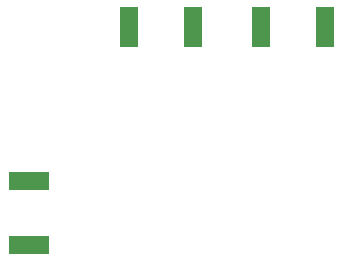
<source format=gbr>
%TF.GenerationSoftware,KiCad,Pcbnew,5.1.9-5.1.9*%
%TF.CreationDate,2021-02-06T15:34:09+03:00*%
%TF.ProjectId,qddc,71646463-2e6b-4696-9361-645f70636258,rev?*%
%TF.SameCoordinates,Original*%
%TF.FileFunction,Paste,Bot*%
%TF.FilePolarity,Positive*%
%FSLAX46Y46*%
G04 Gerber Fmt 4.6, Leading zero omitted, Abs format (unit mm)*
G04 Created by KiCad (PCBNEW 5.1.9-5.1.9) date 2021-02-06 15:34:09*
%MOMM*%
%LPD*%
G01*
G04 APERTURE LIST*
%ADD10R,1.500000X3.500000*%
%ADD11R,3.500000X1.500000*%
G04 APERTURE END LIST*
D10*
%TO.C,Cos*%
X123792000Y-88900000D03*
X129192000Y-88900000D03*
%TD*%
%TO.C,Sin*%
X112616000Y-88900000D03*
X118016000Y-88900000D03*
%TD*%
D11*
%TO.C,RF*%
X104140000Y-107348000D03*
X104140000Y-101948000D03*
%TD*%
M02*

</source>
